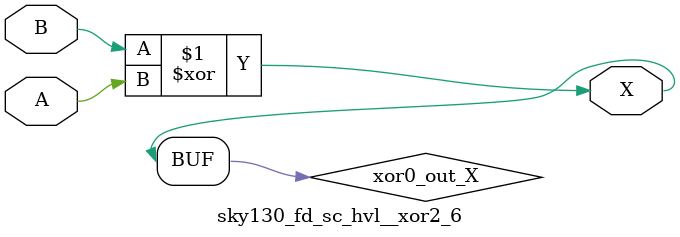
<source format=v>
module sky130_fd_sc_hvl__xor2_6 (
    X,
    A,
    B
);
    output X;
    input  A;
    input  B;
    wire xor0_out_X;
    xor xor0 (xor0_out_X, B, A           );
    buf buf0 (X         , xor0_out_X     );
endmodule
</source>
